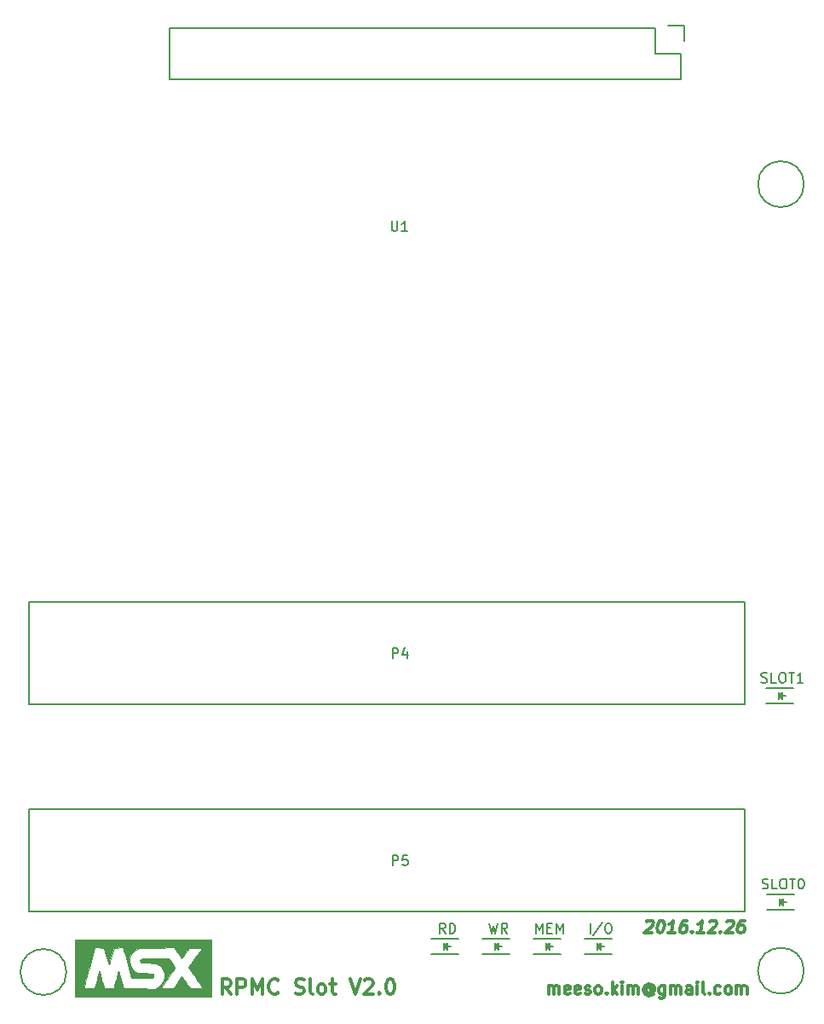
<source format=gbr>
G04 #@! TF.FileFunction,Legend,Top*
%FSLAX46Y46*%
G04 Gerber Fmt 4.6, Leading zero omitted, Abs format (unit mm)*
G04 Created by KiCad (PCBNEW 4.0.4-stable) date 12/26/16 14:09:50*
%MOMM*%
%LPD*%
G01*
G04 APERTURE LIST*
%ADD10C,0.100000*%
%ADD11C,0.300000*%
%ADD12C,0.150000*%
%ADD13C,0.010000*%
G04 APERTURE END LIST*
D10*
D11*
X163936571Y-138522143D02*
X164000857Y-138465000D01*
X164122286Y-138407857D01*
X164408000Y-138407857D01*
X164515143Y-138465000D01*
X164565143Y-138522143D01*
X164608000Y-138636429D01*
X164593715Y-138750714D01*
X164515143Y-138922143D01*
X163743715Y-139607857D01*
X164486572Y-139607857D01*
X165379429Y-138407857D02*
X165493714Y-138407857D01*
X165600857Y-138465000D01*
X165650857Y-138522143D01*
X165693714Y-138636429D01*
X165722286Y-138865000D01*
X165686572Y-139150714D01*
X165600857Y-139379286D01*
X165529429Y-139493571D01*
X165465143Y-139550714D01*
X165343714Y-139607857D01*
X165229429Y-139607857D01*
X165122286Y-139550714D01*
X165072286Y-139493571D01*
X165029428Y-139379286D01*
X165000857Y-139150714D01*
X165036571Y-138865000D01*
X165122285Y-138636429D01*
X165193714Y-138522143D01*
X165258000Y-138465000D01*
X165379429Y-138407857D01*
X166772286Y-139607857D02*
X166086571Y-139607857D01*
X166429429Y-139607857D02*
X166579429Y-138407857D01*
X166443714Y-138579286D01*
X166315143Y-138693571D01*
X166193714Y-138750714D01*
X167950857Y-138407857D02*
X167722286Y-138407857D01*
X167600857Y-138465000D01*
X167536571Y-138522143D01*
X167400857Y-138693571D01*
X167315142Y-138922143D01*
X167257999Y-139379286D01*
X167300857Y-139493571D01*
X167350857Y-139550714D01*
X167458000Y-139607857D01*
X167686571Y-139607857D01*
X167808000Y-139550714D01*
X167872286Y-139493571D01*
X167943714Y-139379286D01*
X167979429Y-139093571D01*
X167936571Y-138979286D01*
X167886571Y-138922143D01*
X167779428Y-138865000D01*
X167550857Y-138865000D01*
X167429428Y-138922143D01*
X167365142Y-138979286D01*
X167293714Y-139093571D01*
X168443714Y-139493571D02*
X168493714Y-139550714D01*
X168429428Y-139607857D01*
X168379428Y-139550714D01*
X168443714Y-139493571D01*
X168429428Y-139607857D01*
X169629429Y-139607857D02*
X168943714Y-139607857D01*
X169286572Y-139607857D02*
X169436572Y-138407857D01*
X169300857Y-138579286D01*
X169172286Y-138693571D01*
X169050857Y-138750714D01*
X170222285Y-138522143D02*
X170286571Y-138465000D01*
X170408000Y-138407857D01*
X170693714Y-138407857D01*
X170800857Y-138465000D01*
X170850857Y-138522143D01*
X170893714Y-138636429D01*
X170879429Y-138750714D01*
X170800857Y-138922143D01*
X170029429Y-139607857D01*
X170772286Y-139607857D01*
X171300857Y-139493571D02*
X171350857Y-139550714D01*
X171286571Y-139607857D01*
X171236571Y-139550714D01*
X171300857Y-139493571D01*
X171286571Y-139607857D01*
X171936571Y-138522143D02*
X172000857Y-138465000D01*
X172122286Y-138407857D01*
X172408000Y-138407857D01*
X172515143Y-138465000D01*
X172565143Y-138522143D01*
X172608000Y-138636429D01*
X172593715Y-138750714D01*
X172515143Y-138922143D01*
X171743715Y-139607857D01*
X172486572Y-139607857D01*
X173665143Y-138407857D02*
X173436572Y-138407857D01*
X173315143Y-138465000D01*
X173250857Y-138522143D01*
X173115143Y-138693571D01*
X173029428Y-138922143D01*
X172972285Y-139379286D01*
X173015143Y-139493571D01*
X173065143Y-139550714D01*
X173172286Y-139607857D01*
X173400857Y-139607857D01*
X173522286Y-139550714D01*
X173586572Y-139493571D01*
X173658000Y-139379286D01*
X173693715Y-139093571D01*
X173650857Y-138979286D01*
X173600857Y-138922143D01*
X173493714Y-138865000D01*
X173265143Y-138865000D01*
X173143714Y-138922143D01*
X173079428Y-138979286D01*
X173008000Y-139093571D01*
X154255429Y-145703857D02*
X154255429Y-144903857D01*
X154255429Y-145018143D02*
X154312572Y-144961000D01*
X154426858Y-144903857D01*
X154598286Y-144903857D01*
X154712572Y-144961000D01*
X154769715Y-145075286D01*
X154769715Y-145703857D01*
X154769715Y-145075286D02*
X154826858Y-144961000D01*
X154941144Y-144903857D01*
X155112572Y-144903857D01*
X155226858Y-144961000D01*
X155284001Y-145075286D01*
X155284001Y-145703857D01*
X156312572Y-145646714D02*
X156198286Y-145703857D01*
X155969715Y-145703857D01*
X155855429Y-145646714D01*
X155798286Y-145532429D01*
X155798286Y-145075286D01*
X155855429Y-144961000D01*
X155969715Y-144903857D01*
X156198286Y-144903857D01*
X156312572Y-144961000D01*
X156369715Y-145075286D01*
X156369715Y-145189571D01*
X155798286Y-145303857D01*
X157341143Y-145646714D02*
X157226857Y-145703857D01*
X156998286Y-145703857D01*
X156884000Y-145646714D01*
X156826857Y-145532429D01*
X156826857Y-145075286D01*
X156884000Y-144961000D01*
X156998286Y-144903857D01*
X157226857Y-144903857D01*
X157341143Y-144961000D01*
X157398286Y-145075286D01*
X157398286Y-145189571D01*
X156826857Y-145303857D01*
X157855428Y-145646714D02*
X157969714Y-145703857D01*
X158198286Y-145703857D01*
X158312571Y-145646714D01*
X158369714Y-145532429D01*
X158369714Y-145475286D01*
X158312571Y-145361000D01*
X158198286Y-145303857D01*
X158026857Y-145303857D01*
X157912571Y-145246714D01*
X157855428Y-145132429D01*
X157855428Y-145075286D01*
X157912571Y-144961000D01*
X158026857Y-144903857D01*
X158198286Y-144903857D01*
X158312571Y-144961000D01*
X159055429Y-145703857D02*
X158941143Y-145646714D01*
X158884000Y-145589571D01*
X158826857Y-145475286D01*
X158826857Y-145132429D01*
X158884000Y-145018143D01*
X158941143Y-144961000D01*
X159055429Y-144903857D01*
X159226857Y-144903857D01*
X159341143Y-144961000D01*
X159398286Y-145018143D01*
X159455429Y-145132429D01*
X159455429Y-145475286D01*
X159398286Y-145589571D01*
X159341143Y-145646714D01*
X159226857Y-145703857D01*
X159055429Y-145703857D01*
X159969714Y-145589571D02*
X160026857Y-145646714D01*
X159969714Y-145703857D01*
X159912571Y-145646714D01*
X159969714Y-145589571D01*
X159969714Y-145703857D01*
X160541143Y-145703857D02*
X160541143Y-144503857D01*
X160655429Y-145246714D02*
X160998286Y-145703857D01*
X160998286Y-144903857D02*
X160541143Y-145361000D01*
X161512572Y-145703857D02*
X161512572Y-144903857D01*
X161512572Y-144503857D02*
X161455429Y-144561000D01*
X161512572Y-144618143D01*
X161569715Y-144561000D01*
X161512572Y-144503857D01*
X161512572Y-144618143D01*
X162084001Y-145703857D02*
X162084001Y-144903857D01*
X162084001Y-145018143D02*
X162141144Y-144961000D01*
X162255430Y-144903857D01*
X162426858Y-144903857D01*
X162541144Y-144961000D01*
X162598287Y-145075286D01*
X162598287Y-145703857D01*
X162598287Y-145075286D02*
X162655430Y-144961000D01*
X162769716Y-144903857D01*
X162941144Y-144903857D01*
X163055430Y-144961000D01*
X163112573Y-145075286D01*
X163112573Y-145703857D01*
X164426858Y-145132429D02*
X164369716Y-145075286D01*
X164255430Y-145018143D01*
X164141144Y-145018143D01*
X164026858Y-145075286D01*
X163969716Y-145132429D01*
X163912573Y-145246714D01*
X163912573Y-145361000D01*
X163969716Y-145475286D01*
X164026858Y-145532429D01*
X164141144Y-145589571D01*
X164255430Y-145589571D01*
X164369716Y-145532429D01*
X164426858Y-145475286D01*
X164426858Y-145018143D02*
X164426858Y-145475286D01*
X164484001Y-145532429D01*
X164541144Y-145532429D01*
X164655430Y-145475286D01*
X164712573Y-145361000D01*
X164712573Y-145075286D01*
X164598287Y-144903857D01*
X164426858Y-144789571D01*
X164198287Y-144732429D01*
X163969716Y-144789571D01*
X163798287Y-144903857D01*
X163684001Y-145075286D01*
X163626858Y-145303857D01*
X163684001Y-145532429D01*
X163798287Y-145703857D01*
X163969716Y-145818143D01*
X164198287Y-145875286D01*
X164426858Y-145818143D01*
X164598287Y-145703857D01*
X165741144Y-144903857D02*
X165741144Y-145875286D01*
X165684001Y-145989571D01*
X165626858Y-146046714D01*
X165512573Y-146103857D01*
X165341144Y-146103857D01*
X165226858Y-146046714D01*
X165741144Y-145646714D02*
X165626858Y-145703857D01*
X165398287Y-145703857D01*
X165284001Y-145646714D01*
X165226858Y-145589571D01*
X165169715Y-145475286D01*
X165169715Y-145132429D01*
X165226858Y-145018143D01*
X165284001Y-144961000D01*
X165398287Y-144903857D01*
X165626858Y-144903857D01*
X165741144Y-144961000D01*
X166312572Y-145703857D02*
X166312572Y-144903857D01*
X166312572Y-145018143D02*
X166369715Y-144961000D01*
X166484001Y-144903857D01*
X166655429Y-144903857D01*
X166769715Y-144961000D01*
X166826858Y-145075286D01*
X166826858Y-145703857D01*
X166826858Y-145075286D02*
X166884001Y-144961000D01*
X166998287Y-144903857D01*
X167169715Y-144903857D01*
X167284001Y-144961000D01*
X167341144Y-145075286D01*
X167341144Y-145703857D01*
X168426858Y-145703857D02*
X168426858Y-145075286D01*
X168369715Y-144961000D01*
X168255429Y-144903857D01*
X168026858Y-144903857D01*
X167912572Y-144961000D01*
X168426858Y-145646714D02*
X168312572Y-145703857D01*
X168026858Y-145703857D01*
X167912572Y-145646714D01*
X167855429Y-145532429D01*
X167855429Y-145418143D01*
X167912572Y-145303857D01*
X168026858Y-145246714D01*
X168312572Y-145246714D01*
X168426858Y-145189571D01*
X168998286Y-145703857D02*
X168998286Y-144903857D01*
X168998286Y-144503857D02*
X168941143Y-144561000D01*
X168998286Y-144618143D01*
X169055429Y-144561000D01*
X168998286Y-144503857D01*
X168998286Y-144618143D01*
X169741144Y-145703857D02*
X169626858Y-145646714D01*
X169569715Y-145532429D01*
X169569715Y-144503857D01*
X170198286Y-145589571D02*
X170255429Y-145646714D01*
X170198286Y-145703857D01*
X170141143Y-145646714D01*
X170198286Y-145589571D01*
X170198286Y-145703857D01*
X171284001Y-145646714D02*
X171169715Y-145703857D01*
X170941144Y-145703857D01*
X170826858Y-145646714D01*
X170769715Y-145589571D01*
X170712572Y-145475286D01*
X170712572Y-145132429D01*
X170769715Y-145018143D01*
X170826858Y-144961000D01*
X170941144Y-144903857D01*
X171169715Y-144903857D01*
X171284001Y-144961000D01*
X171969715Y-145703857D02*
X171855429Y-145646714D01*
X171798286Y-145589571D01*
X171741143Y-145475286D01*
X171741143Y-145132429D01*
X171798286Y-145018143D01*
X171855429Y-144961000D01*
X171969715Y-144903857D01*
X172141143Y-144903857D01*
X172255429Y-144961000D01*
X172312572Y-145018143D01*
X172369715Y-145132429D01*
X172369715Y-145475286D01*
X172312572Y-145589571D01*
X172255429Y-145646714D01*
X172141143Y-145703857D01*
X171969715Y-145703857D01*
X172884000Y-145703857D02*
X172884000Y-144903857D01*
X172884000Y-145018143D02*
X172941143Y-144961000D01*
X173055429Y-144903857D01*
X173226857Y-144903857D01*
X173341143Y-144961000D01*
X173398286Y-145075286D01*
X173398286Y-145703857D01*
X173398286Y-145075286D02*
X173455429Y-144961000D01*
X173569715Y-144903857D01*
X173741143Y-144903857D01*
X173855429Y-144961000D01*
X173912572Y-145075286D01*
X173912572Y-145703857D01*
X122623430Y-145712571D02*
X122123430Y-144998286D01*
X121766287Y-145712571D02*
X121766287Y-144212571D01*
X122337715Y-144212571D01*
X122480573Y-144284000D01*
X122552001Y-144355429D01*
X122623430Y-144498286D01*
X122623430Y-144712571D01*
X122552001Y-144855429D01*
X122480573Y-144926857D01*
X122337715Y-144998286D01*
X121766287Y-144998286D01*
X123266287Y-145712571D02*
X123266287Y-144212571D01*
X123837715Y-144212571D01*
X123980573Y-144284000D01*
X124052001Y-144355429D01*
X124123430Y-144498286D01*
X124123430Y-144712571D01*
X124052001Y-144855429D01*
X123980573Y-144926857D01*
X123837715Y-144998286D01*
X123266287Y-144998286D01*
X124766287Y-145712571D02*
X124766287Y-144212571D01*
X125266287Y-145284000D01*
X125766287Y-144212571D01*
X125766287Y-145712571D01*
X127337716Y-145569714D02*
X127266287Y-145641143D01*
X127052001Y-145712571D01*
X126909144Y-145712571D01*
X126694859Y-145641143D01*
X126552001Y-145498286D01*
X126480573Y-145355429D01*
X126409144Y-145069714D01*
X126409144Y-144855429D01*
X126480573Y-144569714D01*
X126552001Y-144426857D01*
X126694859Y-144284000D01*
X126909144Y-144212571D01*
X127052001Y-144212571D01*
X127266287Y-144284000D01*
X127337716Y-144355429D01*
X129052001Y-145641143D02*
X129266287Y-145712571D01*
X129623430Y-145712571D01*
X129766287Y-145641143D01*
X129837716Y-145569714D01*
X129909144Y-145426857D01*
X129909144Y-145284000D01*
X129837716Y-145141143D01*
X129766287Y-145069714D01*
X129623430Y-144998286D01*
X129337716Y-144926857D01*
X129194858Y-144855429D01*
X129123430Y-144784000D01*
X129052001Y-144641143D01*
X129052001Y-144498286D01*
X129123430Y-144355429D01*
X129194858Y-144284000D01*
X129337716Y-144212571D01*
X129694858Y-144212571D01*
X129909144Y-144284000D01*
X130766287Y-145712571D02*
X130623429Y-145641143D01*
X130552001Y-145498286D01*
X130552001Y-144212571D01*
X131552001Y-145712571D02*
X131409143Y-145641143D01*
X131337715Y-145569714D01*
X131266286Y-145426857D01*
X131266286Y-144998286D01*
X131337715Y-144855429D01*
X131409143Y-144784000D01*
X131552001Y-144712571D01*
X131766286Y-144712571D01*
X131909143Y-144784000D01*
X131980572Y-144855429D01*
X132052001Y-144998286D01*
X132052001Y-145426857D01*
X131980572Y-145569714D01*
X131909143Y-145641143D01*
X131766286Y-145712571D01*
X131552001Y-145712571D01*
X132480572Y-144712571D02*
X133052001Y-144712571D01*
X132694858Y-144212571D02*
X132694858Y-145498286D01*
X132766286Y-145641143D01*
X132909144Y-145712571D01*
X133052001Y-145712571D01*
X134480572Y-144212571D02*
X134980572Y-145712571D01*
X135480572Y-144212571D01*
X135909143Y-144355429D02*
X135980572Y-144284000D01*
X136123429Y-144212571D01*
X136480572Y-144212571D01*
X136623429Y-144284000D01*
X136694858Y-144355429D01*
X136766286Y-144498286D01*
X136766286Y-144641143D01*
X136694858Y-144855429D01*
X135837715Y-145712571D01*
X136766286Y-145712571D01*
X137409143Y-145569714D02*
X137480571Y-145641143D01*
X137409143Y-145712571D01*
X137337714Y-145641143D01*
X137409143Y-145569714D01*
X137409143Y-145712571D01*
X138409143Y-144212571D02*
X138552000Y-144212571D01*
X138694857Y-144284000D01*
X138766286Y-144355429D01*
X138837715Y-144498286D01*
X138909143Y-144784000D01*
X138909143Y-145141143D01*
X138837715Y-145426857D01*
X138766286Y-145569714D01*
X138694857Y-145641143D01*
X138552000Y-145712571D01*
X138409143Y-145712571D01*
X138266286Y-145641143D01*
X138194857Y-145569714D01*
X138123429Y-145426857D01*
X138052000Y-145141143D01*
X138052000Y-144784000D01*
X138123429Y-144498286D01*
X138194857Y-144355429D01*
X138266286Y-144284000D01*
X138409143Y-144212571D01*
D12*
X102616000Y-127381000D02*
X173736000Y-127381000D01*
X173736000Y-127381000D02*
X173736000Y-137541000D01*
X173736000Y-137541000D02*
X102616000Y-137541000D01*
X102616000Y-137541000D02*
X102616000Y-127381000D01*
X179578000Y-65278000D02*
G75*
G03X179578000Y-65278000I-2286000J0D01*
G01*
X106299000Y-143510000D02*
G75*
G03X106299000Y-143510000I-2286000J0D01*
G01*
X116586000Y-54864000D02*
X167386000Y-54864000D01*
X164846000Y-49784000D02*
X116586000Y-49784000D01*
X116586000Y-54864000D02*
X116586000Y-49784000D01*
X167386000Y-54864000D02*
X167386000Y-52324000D01*
X167666000Y-51054000D02*
X167666000Y-49504000D01*
X167386000Y-52324000D02*
X164846000Y-52324000D01*
X164846000Y-52324000D02*
X164846000Y-49784000D01*
X167666000Y-49504000D02*
X166116000Y-49504000D01*
X175915520Y-137300400D02*
X178615520Y-137300400D01*
X175915520Y-135800400D02*
X178615520Y-135800400D01*
X177415520Y-136700400D02*
X177415520Y-136450400D01*
X177415520Y-136450400D02*
X177265520Y-136600400D01*
X177165520Y-136200400D02*
X177165520Y-136900400D01*
X177515520Y-136550400D02*
X177865520Y-136550400D01*
X177165520Y-136550400D02*
X177515520Y-136200400D01*
X177515520Y-136200400D02*
X177515520Y-136900400D01*
X177515520Y-136900400D02*
X177165520Y-136550400D01*
X175819000Y-116828000D02*
X178519000Y-116828000D01*
X175819000Y-115328000D02*
X178519000Y-115328000D01*
X177319000Y-116228000D02*
X177319000Y-115978000D01*
X177319000Y-115978000D02*
X177169000Y-116128000D01*
X177069000Y-115728000D02*
X177069000Y-116428000D01*
X177419000Y-116078000D02*
X177769000Y-116078000D01*
X177069000Y-116078000D02*
X177419000Y-115728000D01*
X177419000Y-115728000D02*
X177419000Y-116428000D01*
X177419000Y-116428000D02*
X177069000Y-116078000D01*
X179578000Y-143383000D02*
G75*
G03X179578000Y-143383000I-2286000J0D01*
G01*
D13*
G36*
X120692333Y-145965333D02*
X107145667Y-145965333D01*
X107145667Y-145108083D01*
X108044541Y-145108083D01*
X108056332Y-145130782D01*
X108117308Y-145146402D01*
X108237355Y-145155934D01*
X108426359Y-145160370D01*
X108571934Y-145161000D01*
X109118260Y-145161000D01*
X109327880Y-144293735D01*
X109391068Y-144036411D01*
X109448715Y-143809382D01*
X109497608Y-143624679D01*
X109534536Y-143494335D01*
X109556285Y-143430384D01*
X109559586Y-143425901D01*
X109577903Y-143464226D01*
X109613564Y-143570124D01*
X109662136Y-143729350D01*
X109719184Y-143927660D01*
X109747188Y-144028583D01*
X109813618Y-144269056D01*
X109879653Y-144505238D01*
X109938565Y-144713248D01*
X109983626Y-144869206D01*
X109991686Y-144896416D01*
X110070667Y-145161000D01*
X110534333Y-145161000D01*
X110721041Y-145160098D01*
X110871820Y-145157656D01*
X110969542Y-145154062D01*
X110998096Y-145150416D01*
X111008705Y-145103127D01*
X111037719Y-144989703D01*
X111081169Y-144824751D01*
X111135089Y-144622878D01*
X111195511Y-144398692D01*
X111258467Y-144166798D01*
X111319991Y-143941805D01*
X111376114Y-143738319D01*
X111422869Y-143570948D01*
X111456289Y-143454298D01*
X111472406Y-143402976D01*
X111473020Y-143401868D01*
X111487834Y-143436220D01*
X111520693Y-143540913D01*
X111568256Y-143704368D01*
X111627185Y-143915004D01*
X111694141Y-144161241D01*
X111721387Y-144263214D01*
X111954481Y-145139833D01*
X113538490Y-145150941D01*
X115122498Y-145162048D01*
X115342462Y-145054430D01*
X115617523Y-144875760D01*
X115829747Y-144643062D01*
X115974639Y-144363663D01*
X116047707Y-144044887D01*
X116055957Y-143891000D01*
X116019164Y-143558897D01*
X115906724Y-143264766D01*
X115718451Y-143008187D01*
X115628775Y-142922018D01*
X115495468Y-142815397D01*
X115361811Y-142736635D01*
X115211860Y-142681785D01*
X115029673Y-142646905D01*
X114799307Y-142628048D01*
X114504819Y-142621270D01*
X114412209Y-142620999D01*
X114132698Y-142618255D01*
X113926907Y-142607860D01*
X113784003Y-142586571D01*
X113693155Y-142551146D01*
X113643529Y-142498341D01*
X113624294Y-142424914D01*
X113622666Y-142384629D01*
X113624642Y-142324113D01*
X113636045Y-142275306D01*
X113665094Y-142236949D01*
X113720006Y-142207783D01*
X113808998Y-142186551D01*
X113940288Y-142171993D01*
X114122092Y-142162851D01*
X114362628Y-142157866D01*
X114670114Y-142155781D01*
X115052765Y-142155336D01*
X115119813Y-142155333D01*
X116483913Y-142155333D01*
X116791430Y-142605190D01*
X116907422Y-142781852D01*
X116999020Y-142935000D01*
X117058100Y-143050067D01*
X117076540Y-143112487D01*
X117075851Y-143115234D01*
X117046338Y-143164540D01*
X116974587Y-143273607D01*
X116867060Y-143432935D01*
X116730221Y-143633025D01*
X116570530Y-143864379D01*
X116394452Y-144117499D01*
X116374878Y-144145523D01*
X116198929Y-144398101D01*
X116039967Y-144627792D01*
X115904163Y-144825557D01*
X115797690Y-144982355D01*
X115726720Y-145089149D01*
X115697425Y-145136897D01*
X115697000Y-145138313D01*
X115736878Y-145146254D01*
X115846696Y-145152981D01*
X116011732Y-145157963D01*
X116217261Y-145160667D01*
X116324227Y-145161000D01*
X116951455Y-145161000D01*
X117765237Y-143968242D01*
X117993171Y-144278871D01*
X118129225Y-144465578D01*
X118277582Y-144671172D01*
X118408832Y-144854872D01*
X118423268Y-144875250D01*
X118625432Y-145160999D01*
X119235549Y-145161000D01*
X119451875Y-145159269D01*
X119634458Y-145154511D01*
X119768372Y-145147372D01*
X119838687Y-145138502D01*
X119845667Y-145134504D01*
X119822187Y-145094400D01*
X119755868Y-144994257D01*
X119652890Y-144843066D01*
X119519433Y-144649823D01*
X119361677Y-144423519D01*
X119185804Y-144173148D01*
X119154724Y-144129088D01*
X118974817Y-143873912D01*
X118810287Y-143640005D01*
X118667643Y-143436663D01*
X118553394Y-143273182D01*
X118474048Y-143158859D01*
X118436114Y-143102988D01*
X118434411Y-143100247D01*
X118450018Y-143052709D01*
X118510862Y-142944755D01*
X118611945Y-142784122D01*
X118748266Y-142578545D01*
X118914825Y-142335760D01*
X119083021Y-142096660D01*
X119259962Y-141846970D01*
X119419682Y-141620045D01*
X119555903Y-141424932D01*
X119662344Y-141270678D01*
X119732724Y-141166329D01*
X119760766Y-141120931D01*
X119761000Y-141119996D01*
X119721128Y-141112021D01*
X119611350Y-141105442D01*
X119446423Y-141100769D01*
X119241101Y-141098511D01*
X119136583Y-141098425D01*
X118512167Y-141099851D01*
X118223756Y-141513816D01*
X118100792Y-141688840D01*
X117986426Y-141849001D01*
X117894369Y-141975252D01*
X117842756Y-142043108D01*
X117750167Y-142158434D01*
X117369167Y-141627148D01*
X116988167Y-141095861D01*
X115294833Y-141107013D01*
X113601500Y-141118166D01*
X113363586Y-141229721D01*
X113063350Y-141406719D01*
X112838153Y-141622110D01*
X112686362Y-141878370D01*
X112606348Y-142177971D01*
X112592063Y-142399832D01*
X112598573Y-142581370D01*
X112623473Y-142723139D01*
X112676850Y-142866133D01*
X112737433Y-142990621D01*
X112907619Y-143252450D01*
X113114775Y-143450605D01*
X113349136Y-143576232D01*
X113401486Y-143592735D01*
X113498947Y-143608123D01*
X113661730Y-143621178D01*
X113870500Y-143630857D01*
X114105920Y-143636116D01*
X114217450Y-143636763D01*
X114509176Y-143639719D01*
X114721039Y-143648570D01*
X114857661Y-143663648D01*
X114923662Y-143685285D01*
X114926533Y-143687800D01*
X114971497Y-143780300D01*
X114975836Y-143899660D01*
X114942875Y-144007821D01*
X114894037Y-144059599D01*
X114819845Y-144074946D01*
X114665119Y-144086030D01*
X114433888Y-144092733D01*
X114130185Y-144094931D01*
X113787255Y-144092839D01*
X112763768Y-144081500D01*
X112388642Y-142748000D01*
X112296003Y-142418584D01*
X112208951Y-142108843D01*
X112130610Y-141829903D01*
X112064101Y-141592889D01*
X112012547Y-141408924D01*
X111979070Y-141289134D01*
X111969413Y-141254338D01*
X111925309Y-141094176D01*
X111021057Y-141118166D01*
X110785953Y-141922500D01*
X110712485Y-142173069D01*
X110646122Y-142397945D01*
X110590874Y-142583649D01*
X110550754Y-142716705D01*
X110529774Y-142783637D01*
X110528693Y-142786695D01*
X110511319Y-142766715D01*
X110475763Y-142676111D01*
X110425715Y-142526054D01*
X110364866Y-142327712D01*
X110296904Y-142092255D01*
X110283941Y-142045862D01*
X110213958Y-141794260D01*
X110150772Y-141567353D01*
X110098258Y-141379033D01*
X110060290Y-141243191D01*
X110040743Y-141173719D01*
X110039987Y-141171083D01*
X110021238Y-141138588D01*
X109977462Y-141117133D01*
X109893851Y-141104518D01*
X109755594Y-141098541D01*
X109547883Y-141097000D01*
X109064549Y-141097000D01*
X108564011Y-143076083D01*
X108463613Y-143472606D01*
X108369162Y-143844786D01*
X108282755Y-144184424D01*
X108206487Y-144483322D01*
X108142455Y-144733280D01*
X108092754Y-144926099D01*
X108059481Y-145053582D01*
X108044731Y-145107528D01*
X108044541Y-145108083D01*
X107145667Y-145108083D01*
X107145667Y-140335000D01*
X120692333Y-140335000D01*
X120692333Y-145965333D01*
X120692333Y-145965333D01*
G37*
X120692333Y-145965333D02*
X107145667Y-145965333D01*
X107145667Y-145108083D01*
X108044541Y-145108083D01*
X108056332Y-145130782D01*
X108117308Y-145146402D01*
X108237355Y-145155934D01*
X108426359Y-145160370D01*
X108571934Y-145161000D01*
X109118260Y-145161000D01*
X109327880Y-144293735D01*
X109391068Y-144036411D01*
X109448715Y-143809382D01*
X109497608Y-143624679D01*
X109534536Y-143494335D01*
X109556285Y-143430384D01*
X109559586Y-143425901D01*
X109577903Y-143464226D01*
X109613564Y-143570124D01*
X109662136Y-143729350D01*
X109719184Y-143927660D01*
X109747188Y-144028583D01*
X109813618Y-144269056D01*
X109879653Y-144505238D01*
X109938565Y-144713248D01*
X109983626Y-144869206D01*
X109991686Y-144896416D01*
X110070667Y-145161000D01*
X110534333Y-145161000D01*
X110721041Y-145160098D01*
X110871820Y-145157656D01*
X110969542Y-145154062D01*
X110998096Y-145150416D01*
X111008705Y-145103127D01*
X111037719Y-144989703D01*
X111081169Y-144824751D01*
X111135089Y-144622878D01*
X111195511Y-144398692D01*
X111258467Y-144166798D01*
X111319991Y-143941805D01*
X111376114Y-143738319D01*
X111422869Y-143570948D01*
X111456289Y-143454298D01*
X111472406Y-143402976D01*
X111473020Y-143401868D01*
X111487834Y-143436220D01*
X111520693Y-143540913D01*
X111568256Y-143704368D01*
X111627185Y-143915004D01*
X111694141Y-144161241D01*
X111721387Y-144263214D01*
X111954481Y-145139833D01*
X113538490Y-145150941D01*
X115122498Y-145162048D01*
X115342462Y-145054430D01*
X115617523Y-144875760D01*
X115829747Y-144643062D01*
X115974639Y-144363663D01*
X116047707Y-144044887D01*
X116055957Y-143891000D01*
X116019164Y-143558897D01*
X115906724Y-143264766D01*
X115718451Y-143008187D01*
X115628775Y-142922018D01*
X115495468Y-142815397D01*
X115361811Y-142736635D01*
X115211860Y-142681785D01*
X115029673Y-142646905D01*
X114799307Y-142628048D01*
X114504819Y-142621270D01*
X114412209Y-142620999D01*
X114132698Y-142618255D01*
X113926907Y-142607860D01*
X113784003Y-142586571D01*
X113693155Y-142551146D01*
X113643529Y-142498341D01*
X113624294Y-142424914D01*
X113622666Y-142384629D01*
X113624642Y-142324113D01*
X113636045Y-142275306D01*
X113665094Y-142236949D01*
X113720006Y-142207783D01*
X113808998Y-142186551D01*
X113940288Y-142171993D01*
X114122092Y-142162851D01*
X114362628Y-142157866D01*
X114670114Y-142155781D01*
X115052765Y-142155336D01*
X115119813Y-142155333D01*
X116483913Y-142155333D01*
X116791430Y-142605190D01*
X116907422Y-142781852D01*
X116999020Y-142935000D01*
X117058100Y-143050067D01*
X117076540Y-143112487D01*
X117075851Y-143115234D01*
X117046338Y-143164540D01*
X116974587Y-143273607D01*
X116867060Y-143432935D01*
X116730221Y-143633025D01*
X116570530Y-143864379D01*
X116394452Y-144117499D01*
X116374878Y-144145523D01*
X116198929Y-144398101D01*
X116039967Y-144627792D01*
X115904163Y-144825557D01*
X115797690Y-144982355D01*
X115726720Y-145089149D01*
X115697425Y-145136897D01*
X115697000Y-145138313D01*
X115736878Y-145146254D01*
X115846696Y-145152981D01*
X116011732Y-145157963D01*
X116217261Y-145160667D01*
X116324227Y-145161000D01*
X116951455Y-145161000D01*
X117765237Y-143968242D01*
X117993171Y-144278871D01*
X118129225Y-144465578D01*
X118277582Y-144671172D01*
X118408832Y-144854872D01*
X118423268Y-144875250D01*
X118625432Y-145160999D01*
X119235549Y-145161000D01*
X119451875Y-145159269D01*
X119634458Y-145154511D01*
X119768372Y-145147372D01*
X119838687Y-145138502D01*
X119845667Y-145134504D01*
X119822187Y-145094400D01*
X119755868Y-144994257D01*
X119652890Y-144843066D01*
X119519433Y-144649823D01*
X119361677Y-144423519D01*
X119185804Y-144173148D01*
X119154724Y-144129088D01*
X118974817Y-143873912D01*
X118810287Y-143640005D01*
X118667643Y-143436663D01*
X118553394Y-143273182D01*
X118474048Y-143158859D01*
X118436114Y-143102988D01*
X118434411Y-143100247D01*
X118450018Y-143052709D01*
X118510862Y-142944755D01*
X118611945Y-142784122D01*
X118748266Y-142578545D01*
X118914825Y-142335760D01*
X119083021Y-142096660D01*
X119259962Y-141846970D01*
X119419682Y-141620045D01*
X119555903Y-141424932D01*
X119662344Y-141270678D01*
X119732724Y-141166329D01*
X119760766Y-141120931D01*
X119761000Y-141119996D01*
X119721128Y-141112021D01*
X119611350Y-141105442D01*
X119446423Y-141100769D01*
X119241101Y-141098511D01*
X119136583Y-141098425D01*
X118512167Y-141099851D01*
X118223756Y-141513816D01*
X118100792Y-141688840D01*
X117986426Y-141849001D01*
X117894369Y-141975252D01*
X117842756Y-142043108D01*
X117750167Y-142158434D01*
X117369167Y-141627148D01*
X116988167Y-141095861D01*
X115294833Y-141107013D01*
X113601500Y-141118166D01*
X113363586Y-141229721D01*
X113063350Y-141406719D01*
X112838153Y-141622110D01*
X112686362Y-141878370D01*
X112606348Y-142177971D01*
X112592063Y-142399832D01*
X112598573Y-142581370D01*
X112623473Y-142723139D01*
X112676850Y-142866133D01*
X112737433Y-142990621D01*
X112907619Y-143252450D01*
X113114775Y-143450605D01*
X113349136Y-143576232D01*
X113401486Y-143592735D01*
X113498947Y-143608123D01*
X113661730Y-143621178D01*
X113870500Y-143630857D01*
X114105920Y-143636116D01*
X114217450Y-143636763D01*
X114509176Y-143639719D01*
X114721039Y-143648570D01*
X114857661Y-143663648D01*
X114923662Y-143685285D01*
X114926533Y-143687800D01*
X114971497Y-143780300D01*
X114975836Y-143899660D01*
X114942875Y-144007821D01*
X114894037Y-144059599D01*
X114819845Y-144074946D01*
X114665119Y-144086030D01*
X114433888Y-144092733D01*
X114130185Y-144094931D01*
X113787255Y-144092839D01*
X112763768Y-144081500D01*
X112388642Y-142748000D01*
X112296003Y-142418584D01*
X112208951Y-142108843D01*
X112130610Y-141829903D01*
X112064101Y-141592889D01*
X112012547Y-141408924D01*
X111979070Y-141289134D01*
X111969413Y-141254338D01*
X111925309Y-141094176D01*
X111021057Y-141118166D01*
X110785953Y-141922500D01*
X110712485Y-142173069D01*
X110646122Y-142397945D01*
X110590874Y-142583649D01*
X110550754Y-142716705D01*
X110529774Y-142783637D01*
X110528693Y-142786695D01*
X110511319Y-142766715D01*
X110475763Y-142676111D01*
X110425715Y-142526054D01*
X110364866Y-142327712D01*
X110296904Y-142092255D01*
X110283941Y-142045862D01*
X110213958Y-141794260D01*
X110150772Y-141567353D01*
X110098258Y-141379033D01*
X110060290Y-141243191D01*
X110040743Y-141173719D01*
X110039987Y-141171083D01*
X110021238Y-141138588D01*
X109977462Y-141117133D01*
X109893851Y-141104518D01*
X109755594Y-141098541D01*
X109547883Y-141097000D01*
X109064549Y-141097000D01*
X108564011Y-143076083D01*
X108463613Y-143472606D01*
X108369162Y-143844786D01*
X108282755Y-144184424D01*
X108206487Y-144483322D01*
X108142455Y-144733280D01*
X108092754Y-144926099D01*
X108059481Y-145053582D01*
X108044731Y-145107528D01*
X108044541Y-145108083D01*
X107145667Y-145108083D01*
X107145667Y-140335000D01*
X120692333Y-140335000D01*
X120692333Y-145965333D01*
D12*
X102616000Y-106807000D02*
X173736000Y-106807000D01*
X173736000Y-106807000D02*
X173736000Y-116967000D01*
X173736000Y-116967000D02*
X102616000Y-116967000D01*
X102616000Y-116967000D02*
X102616000Y-106807000D01*
X157785000Y-141720000D02*
X160485000Y-141720000D01*
X157785000Y-140220000D02*
X160485000Y-140220000D01*
X159285000Y-141120000D02*
X159285000Y-140870000D01*
X159285000Y-140870000D02*
X159135000Y-141020000D01*
X159035000Y-140620000D02*
X159035000Y-141320000D01*
X159385000Y-140970000D02*
X159735000Y-140970000D01*
X159035000Y-140970000D02*
X159385000Y-140620000D01*
X159385000Y-140620000D02*
X159385000Y-141320000D01*
X159385000Y-141320000D02*
X159035000Y-140970000D01*
X152705000Y-141720000D02*
X155405000Y-141720000D01*
X152705000Y-140220000D02*
X155405000Y-140220000D01*
X154205000Y-141120000D02*
X154205000Y-140870000D01*
X154205000Y-140870000D02*
X154055000Y-141020000D01*
X153955000Y-140620000D02*
X153955000Y-141320000D01*
X154305000Y-140970000D02*
X154655000Y-140970000D01*
X153955000Y-140970000D02*
X154305000Y-140620000D01*
X154305000Y-140620000D02*
X154305000Y-141320000D01*
X154305000Y-141320000D02*
X153955000Y-140970000D01*
X142545000Y-141720000D02*
X145245000Y-141720000D01*
X142545000Y-140220000D02*
X145245000Y-140220000D01*
X144045000Y-141120000D02*
X144045000Y-140870000D01*
X144045000Y-140870000D02*
X143895000Y-141020000D01*
X143795000Y-140620000D02*
X143795000Y-141320000D01*
X144145000Y-140970000D02*
X144495000Y-140970000D01*
X143795000Y-140970000D02*
X144145000Y-140620000D01*
X144145000Y-140620000D02*
X144145000Y-141320000D01*
X144145000Y-141320000D02*
X143795000Y-140970000D01*
X147625000Y-141720000D02*
X150325000Y-141720000D01*
X147625000Y-140220000D02*
X150325000Y-140220000D01*
X149125000Y-141120000D02*
X149125000Y-140870000D01*
X149125000Y-140870000D02*
X148975000Y-141020000D01*
X148875000Y-140620000D02*
X148875000Y-141320000D01*
X149225000Y-140970000D02*
X149575000Y-140970000D01*
X148875000Y-140970000D02*
X149225000Y-140620000D01*
X149225000Y-140620000D02*
X149225000Y-141320000D01*
X149225000Y-141320000D02*
X148875000Y-140970000D01*
X138707905Y-132913381D02*
X138707905Y-131913381D01*
X139088858Y-131913381D01*
X139184096Y-131961000D01*
X139231715Y-132008619D01*
X139279334Y-132103857D01*
X139279334Y-132246714D01*
X139231715Y-132341952D01*
X139184096Y-132389571D01*
X139088858Y-132437190D01*
X138707905Y-132437190D01*
X140184096Y-131913381D02*
X139707905Y-131913381D01*
X139660286Y-132389571D01*
X139707905Y-132341952D01*
X139803143Y-132294333D01*
X140041239Y-132294333D01*
X140136477Y-132341952D01*
X140184096Y-132389571D01*
X140231715Y-132484810D01*
X140231715Y-132722905D01*
X140184096Y-132818143D01*
X140136477Y-132865762D01*
X140041239Y-132913381D01*
X139803143Y-132913381D01*
X139707905Y-132865762D01*
X139660286Y-132818143D01*
X138620595Y-68934081D02*
X138620595Y-69743605D01*
X138668214Y-69838843D01*
X138715833Y-69886462D01*
X138811071Y-69934081D01*
X139001548Y-69934081D01*
X139096786Y-69886462D01*
X139144405Y-69838843D01*
X139192024Y-69743605D01*
X139192024Y-68934081D01*
X140192024Y-69934081D02*
X139620595Y-69934081D01*
X139906309Y-69934081D02*
X139906309Y-68934081D01*
X139811071Y-69076938D01*
X139715833Y-69172176D01*
X139620595Y-69219795D01*
X175444091Y-135205162D02*
X175586948Y-135252781D01*
X175825044Y-135252781D01*
X175920282Y-135205162D01*
X175967901Y-135157543D01*
X176015520Y-135062305D01*
X176015520Y-134967067D01*
X175967901Y-134871829D01*
X175920282Y-134824210D01*
X175825044Y-134776590D01*
X175634567Y-134728971D01*
X175539329Y-134681352D01*
X175491710Y-134633733D01*
X175444091Y-134538495D01*
X175444091Y-134443257D01*
X175491710Y-134348019D01*
X175539329Y-134300400D01*
X175634567Y-134252781D01*
X175872663Y-134252781D01*
X176015520Y-134300400D01*
X176920282Y-135252781D02*
X176444091Y-135252781D01*
X176444091Y-134252781D01*
X177444091Y-134252781D02*
X177634568Y-134252781D01*
X177729806Y-134300400D01*
X177825044Y-134395638D01*
X177872663Y-134586114D01*
X177872663Y-134919448D01*
X177825044Y-135109924D01*
X177729806Y-135205162D01*
X177634568Y-135252781D01*
X177444091Y-135252781D01*
X177348853Y-135205162D01*
X177253615Y-135109924D01*
X177205996Y-134919448D01*
X177205996Y-134586114D01*
X177253615Y-134395638D01*
X177348853Y-134300400D01*
X177444091Y-134252781D01*
X178158377Y-134252781D02*
X178729806Y-134252781D01*
X178444091Y-135252781D02*
X178444091Y-134252781D01*
X179253615Y-134252781D02*
X179348854Y-134252781D01*
X179444092Y-134300400D01*
X179491711Y-134348019D01*
X179539330Y-134443257D01*
X179586949Y-134633733D01*
X179586949Y-134871829D01*
X179539330Y-135062305D01*
X179491711Y-135157543D01*
X179444092Y-135205162D01*
X179348854Y-135252781D01*
X179253615Y-135252781D01*
X179158377Y-135205162D01*
X179110758Y-135157543D01*
X179063139Y-135062305D01*
X179015520Y-134871829D01*
X179015520Y-134633733D01*
X179063139Y-134443257D01*
X179110758Y-134348019D01*
X179158377Y-134300400D01*
X179253615Y-134252781D01*
X175347571Y-114732762D02*
X175490428Y-114780381D01*
X175728524Y-114780381D01*
X175823762Y-114732762D01*
X175871381Y-114685143D01*
X175919000Y-114589905D01*
X175919000Y-114494667D01*
X175871381Y-114399429D01*
X175823762Y-114351810D01*
X175728524Y-114304190D01*
X175538047Y-114256571D01*
X175442809Y-114208952D01*
X175395190Y-114161333D01*
X175347571Y-114066095D01*
X175347571Y-113970857D01*
X175395190Y-113875619D01*
X175442809Y-113828000D01*
X175538047Y-113780381D01*
X175776143Y-113780381D01*
X175919000Y-113828000D01*
X176823762Y-114780381D02*
X176347571Y-114780381D01*
X176347571Y-113780381D01*
X177347571Y-113780381D02*
X177538048Y-113780381D01*
X177633286Y-113828000D01*
X177728524Y-113923238D01*
X177776143Y-114113714D01*
X177776143Y-114447048D01*
X177728524Y-114637524D01*
X177633286Y-114732762D01*
X177538048Y-114780381D01*
X177347571Y-114780381D01*
X177252333Y-114732762D01*
X177157095Y-114637524D01*
X177109476Y-114447048D01*
X177109476Y-114113714D01*
X177157095Y-113923238D01*
X177252333Y-113828000D01*
X177347571Y-113780381D01*
X178061857Y-113780381D02*
X178633286Y-113780381D01*
X178347571Y-114780381D02*
X178347571Y-113780381D01*
X179490429Y-114780381D02*
X178919000Y-114780381D01*
X179204714Y-114780381D02*
X179204714Y-113780381D01*
X179109476Y-113923238D01*
X179014238Y-114018476D01*
X178919000Y-114066095D01*
X138707905Y-112339381D02*
X138707905Y-111339381D01*
X139088858Y-111339381D01*
X139184096Y-111387000D01*
X139231715Y-111434619D01*
X139279334Y-111529857D01*
X139279334Y-111672714D01*
X139231715Y-111767952D01*
X139184096Y-111815571D01*
X139088858Y-111863190D01*
X138707905Y-111863190D01*
X140136477Y-111672714D02*
X140136477Y-112339381D01*
X139898381Y-111291762D02*
X139660286Y-112006048D01*
X140279334Y-112006048D01*
X158337381Y-139672381D02*
X158337381Y-138672381D01*
X159527857Y-138624762D02*
X158670714Y-139910476D01*
X160051666Y-138672381D02*
X160242143Y-138672381D01*
X160337381Y-138720000D01*
X160432619Y-138815238D01*
X160480238Y-139005714D01*
X160480238Y-139339048D01*
X160432619Y-139529524D01*
X160337381Y-139624762D01*
X160242143Y-139672381D01*
X160051666Y-139672381D01*
X159956428Y-139624762D01*
X159861190Y-139529524D01*
X159813571Y-139339048D01*
X159813571Y-139005714D01*
X159861190Y-138815238D01*
X159956428Y-138720000D01*
X160051666Y-138672381D01*
X152947857Y-139672381D02*
X152947857Y-138672381D01*
X153281191Y-139386667D01*
X153614524Y-138672381D01*
X153614524Y-139672381D01*
X154090714Y-139148571D02*
X154424048Y-139148571D01*
X154566905Y-139672381D02*
X154090714Y-139672381D01*
X154090714Y-138672381D01*
X154566905Y-138672381D01*
X154995476Y-139672381D02*
X154995476Y-138672381D01*
X155328810Y-139386667D01*
X155662143Y-138672381D01*
X155662143Y-139672381D01*
X143954524Y-139672381D02*
X143621190Y-139196190D01*
X143383095Y-139672381D02*
X143383095Y-138672381D01*
X143764048Y-138672381D01*
X143859286Y-138720000D01*
X143906905Y-138767619D01*
X143954524Y-138862857D01*
X143954524Y-139005714D01*
X143906905Y-139100952D01*
X143859286Y-139148571D01*
X143764048Y-139196190D01*
X143383095Y-139196190D01*
X144383095Y-139672381D02*
X144383095Y-138672381D01*
X144621190Y-138672381D01*
X144764048Y-138720000D01*
X144859286Y-138815238D01*
X144906905Y-138910476D01*
X144954524Y-139100952D01*
X144954524Y-139243810D01*
X144906905Y-139434286D01*
X144859286Y-139529524D01*
X144764048Y-139624762D01*
X144621190Y-139672381D01*
X144383095Y-139672381D01*
X148296429Y-138672381D02*
X148534524Y-139672381D01*
X148725001Y-138958095D01*
X148915477Y-139672381D01*
X149153572Y-138672381D01*
X150105953Y-139672381D02*
X149772619Y-139196190D01*
X149534524Y-139672381D02*
X149534524Y-138672381D01*
X149915477Y-138672381D01*
X150010715Y-138720000D01*
X150058334Y-138767619D01*
X150105953Y-138862857D01*
X150105953Y-139005714D01*
X150058334Y-139100952D01*
X150010715Y-139148571D01*
X149915477Y-139196190D01*
X149534524Y-139196190D01*
M02*

</source>
